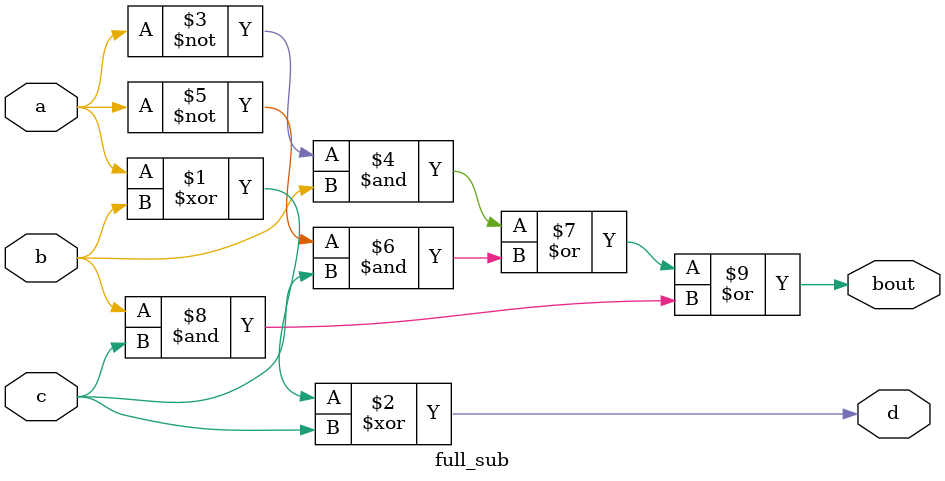
<source format=v>
module full_sub(input a,b,c, output d,bout);
assign d=a^b^c;
assign bout=(~(a)&b)|(~(a)&c)|(b&c);
endmodule

</source>
